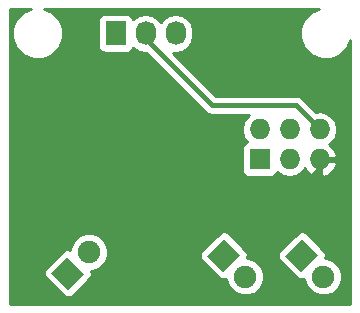
<source format=gbl>
G04 #@! TF.FileFunction,Copper,L2,Bot,Signal*
%FSLAX46Y46*%
G04 Gerber Fmt 4.6, Leading zero omitted, Abs format (unit mm)*
G04 Created by KiCad (PCBNEW 4.0.1-stable) date Tuesday, March 29, 2016 'AMt' 12:48:36 AM*
%MOMM*%
G01*
G04 APERTURE LIST*
%ADD10C,0.100000*%
%ADD11C,1.900000*%
%ADD12R,1.727200X1.727200*%
%ADD13O,1.727200X1.727200*%
%ADD14R,1.727200X2.032000*%
%ADD15O,1.727200X2.032000*%
%ADD16C,0.600000*%
%ADD17C,0.381000*%
%ADD18C,0.254000*%
G04 APERTURE END LIST*
D10*
G36*
X129902858Y-117891355D02*
X128559355Y-119234858D01*
X127145142Y-117820645D01*
X128488645Y-116477142D01*
X129902858Y-117891355D01*
X129902858Y-117891355D01*
G37*
D11*
X130320051Y-116059949D03*
D10*
G36*
X148300645Y-117710858D02*
X146957142Y-116367355D01*
X148371355Y-114953142D01*
X149714858Y-116296645D01*
X148300645Y-117710858D01*
X148300645Y-117710858D01*
G37*
D11*
X150132051Y-118128051D03*
D10*
G36*
X141696645Y-117710858D02*
X140353142Y-116367355D01*
X141767355Y-114953142D01*
X143110858Y-116296645D01*
X141696645Y-117710858D01*
X141696645Y-117710858D01*
G37*
D11*
X143528051Y-118128051D03*
D12*
X144780000Y-108204000D03*
D13*
X144780000Y-105664000D03*
X147320000Y-108204000D03*
X147320000Y-105664000D03*
X149860000Y-108204000D03*
X149860000Y-105664000D03*
D14*
X132588000Y-97536000D03*
D15*
X135128000Y-97536000D03*
X137668000Y-97536000D03*
D16*
X130556000Y-106172000D03*
D17*
X135128000Y-97536000D02*
X135128000Y-98044000D01*
X135128000Y-98044000D02*
X140716000Y-103632000D01*
X147828000Y-103632000D02*
X149860000Y-105664000D01*
X140716000Y-103632000D02*
X147828000Y-103632000D01*
X149860000Y-108204000D02*
X149860000Y-108966000D01*
X149860000Y-108966000D02*
X148590000Y-110236000D01*
X148590000Y-110236000D02*
X134620000Y-110236000D01*
X134620000Y-110236000D02*
X130556000Y-106172000D01*
D18*
G36*
X124776200Y-95724980D02*
X124175091Y-96325041D01*
X123849372Y-97109459D01*
X123848630Y-97958815D01*
X124172980Y-98743800D01*
X124773041Y-99344909D01*
X125557459Y-99670628D01*
X126406815Y-99671370D01*
X127191800Y-99347020D01*
X127792909Y-98746959D01*
X128118628Y-97962541D01*
X128119370Y-97113185D01*
X127874271Y-96520000D01*
X131076960Y-96520000D01*
X131076960Y-98552000D01*
X131121238Y-98787317D01*
X131260310Y-99003441D01*
X131472510Y-99148431D01*
X131724400Y-99199440D01*
X133451600Y-99199440D01*
X133686917Y-99155162D01*
X133903041Y-99016090D01*
X134048031Y-98803890D01*
X134056400Y-98762561D01*
X134068330Y-98780415D01*
X134554511Y-99105271D01*
X135128000Y-99219345D01*
X135134599Y-99218032D01*
X140132281Y-104215714D01*
X140132283Y-104215717D01*
X140400095Y-104394663D01*
X140716000Y-104457500D01*
X143896138Y-104457500D01*
X143720330Y-104574971D01*
X143395474Y-105061152D01*
X143281400Y-105634641D01*
X143281400Y-105693359D01*
X143395474Y-106266848D01*
X143706574Y-106732442D01*
X143681083Y-106737238D01*
X143464959Y-106876310D01*
X143319969Y-107088510D01*
X143268960Y-107340400D01*
X143268960Y-109067600D01*
X143313238Y-109302917D01*
X143452310Y-109519041D01*
X143664510Y-109664031D01*
X143916400Y-109715040D01*
X145643600Y-109715040D01*
X145878917Y-109670762D01*
X146095041Y-109531690D01*
X146240031Y-109319490D01*
X146248864Y-109275869D01*
X146260330Y-109293029D01*
X146746511Y-109617885D01*
X147320000Y-109731959D01*
X147893489Y-109617885D01*
X148379670Y-109293029D01*
X148595664Y-108969772D01*
X148653179Y-109092490D01*
X149085053Y-109486688D01*
X149500974Y-109658958D01*
X149733000Y-109537817D01*
X149733000Y-108331000D01*
X149987000Y-108331000D01*
X149987000Y-109537817D01*
X150219026Y-109658958D01*
X150634947Y-109486688D01*
X151066821Y-109092490D01*
X151314968Y-108563027D01*
X151194469Y-108331000D01*
X149987000Y-108331000D01*
X149733000Y-108331000D01*
X149713000Y-108331000D01*
X149713000Y-108077000D01*
X149733000Y-108077000D01*
X149733000Y-108057000D01*
X149987000Y-108057000D01*
X149987000Y-108077000D01*
X151194469Y-108077000D01*
X151314968Y-107844973D01*
X151066821Y-107315510D01*
X150648839Y-106933992D01*
X150919670Y-106753029D01*
X151244526Y-106266848D01*
X151358600Y-105693359D01*
X151358600Y-105634641D01*
X151244526Y-105061152D01*
X150919670Y-104574971D01*
X150433489Y-104250115D01*
X149860000Y-104136041D01*
X149559290Y-104195856D01*
X148411717Y-103048283D01*
X148143906Y-102869337D01*
X147828000Y-102806500D01*
X141057933Y-102806500D01*
X137421808Y-99170374D01*
X137668000Y-99219345D01*
X138241489Y-99105271D01*
X138727670Y-98780415D01*
X139052526Y-98294234D01*
X139166600Y-97720745D01*
X139166600Y-97351255D01*
X139052526Y-96777766D01*
X138727670Y-96291585D01*
X138241489Y-95966729D01*
X137668000Y-95852655D01*
X137094511Y-95966729D01*
X136608330Y-96291585D01*
X136398000Y-96606366D01*
X136187670Y-96291585D01*
X135701489Y-95966729D01*
X135128000Y-95852655D01*
X134554511Y-95966729D01*
X134068330Y-96291585D01*
X134058757Y-96305913D01*
X134054762Y-96284683D01*
X133915690Y-96068559D01*
X133703490Y-95923569D01*
X133451600Y-95872560D01*
X131724400Y-95872560D01*
X131489083Y-95916838D01*
X131272959Y-96055910D01*
X131127969Y-96268110D01*
X131076960Y-96520000D01*
X127874271Y-96520000D01*
X127795020Y-96328200D01*
X127194959Y-95727091D01*
X126532467Y-95452000D01*
X149820860Y-95452000D01*
X149160200Y-95724980D01*
X148559091Y-96325041D01*
X148233372Y-97109459D01*
X148232630Y-97958815D01*
X148556980Y-98743800D01*
X149157041Y-99344909D01*
X149941459Y-99670628D01*
X150790815Y-99671370D01*
X151575800Y-99347020D01*
X152176909Y-98746959D01*
X152452000Y-98084467D01*
X152452000Y-120448000D01*
X123646000Y-120448000D01*
X123646000Y-117811701D01*
X126497764Y-117811701D01*
X126545288Y-118064272D01*
X126687333Y-118278454D01*
X128101546Y-119692667D01*
X128299249Y-119827752D01*
X128550411Y-119882236D01*
X128802982Y-119834712D01*
X129017164Y-119692667D01*
X130360667Y-118349164D01*
X130495752Y-118151461D01*
X130550236Y-117900299D01*
X130502712Y-117647728D01*
X130500974Y-117645108D01*
X130633944Y-117645224D01*
X131216708Y-117404430D01*
X131662965Y-116958952D01*
X131904775Y-116376608D01*
X131904790Y-116358411D01*
X139705764Y-116358411D01*
X139753288Y-116610982D01*
X139895333Y-116825164D01*
X141238836Y-118168667D01*
X141436539Y-118303752D01*
X141687701Y-118358236D01*
X141940272Y-118310712D01*
X141942892Y-118308974D01*
X141942776Y-118441944D01*
X142183570Y-119024708D01*
X142629048Y-119470965D01*
X143211392Y-119712775D01*
X143841944Y-119713326D01*
X144424708Y-119472532D01*
X144870965Y-119027054D01*
X145112775Y-118444710D01*
X145113326Y-117814158D01*
X144872532Y-117231394D01*
X144427054Y-116785137D01*
X143844710Y-116543327D01*
X143706690Y-116543206D01*
X143746777Y-116358411D01*
X146309764Y-116358411D01*
X146357288Y-116610982D01*
X146499333Y-116825164D01*
X147842836Y-118168667D01*
X148040539Y-118303752D01*
X148291701Y-118358236D01*
X148544272Y-118310712D01*
X148546892Y-118308974D01*
X148546776Y-118441944D01*
X148787570Y-119024708D01*
X149233048Y-119470965D01*
X149815392Y-119712775D01*
X150445944Y-119713326D01*
X151028708Y-119472532D01*
X151474965Y-119027054D01*
X151716775Y-118444710D01*
X151717326Y-117814158D01*
X151476532Y-117231394D01*
X151031054Y-116785137D01*
X150448710Y-116543327D01*
X150310690Y-116543206D01*
X150362236Y-116305589D01*
X150314712Y-116053018D01*
X150172667Y-115838836D01*
X148829164Y-114495333D01*
X148631461Y-114360248D01*
X148380299Y-114305764D01*
X148127728Y-114353288D01*
X147913546Y-114495333D01*
X146499333Y-115909546D01*
X146364248Y-116107249D01*
X146309764Y-116358411D01*
X143746777Y-116358411D01*
X143758236Y-116305589D01*
X143710712Y-116053018D01*
X143568667Y-115838836D01*
X142225164Y-114495333D01*
X142027461Y-114360248D01*
X141776299Y-114305764D01*
X141523728Y-114353288D01*
X141309546Y-114495333D01*
X139895333Y-115909546D01*
X139760248Y-116107249D01*
X139705764Y-116358411D01*
X131904790Y-116358411D01*
X131905326Y-115746056D01*
X131664532Y-115163292D01*
X131219054Y-114717035D01*
X130636710Y-114475225D01*
X130006158Y-114474674D01*
X129423394Y-114715468D01*
X128977137Y-115160946D01*
X128735327Y-115743290D01*
X128735206Y-115881310D01*
X128497589Y-115829764D01*
X128245018Y-115877288D01*
X128030836Y-116019333D01*
X126687333Y-117362836D01*
X126552248Y-117560539D01*
X126497764Y-117811701D01*
X123646000Y-117811701D01*
X123646000Y-95452000D01*
X125436860Y-95452000D01*
X124776200Y-95724980D01*
X124776200Y-95724980D01*
G37*
X124776200Y-95724980D02*
X124175091Y-96325041D01*
X123849372Y-97109459D01*
X123848630Y-97958815D01*
X124172980Y-98743800D01*
X124773041Y-99344909D01*
X125557459Y-99670628D01*
X126406815Y-99671370D01*
X127191800Y-99347020D01*
X127792909Y-98746959D01*
X128118628Y-97962541D01*
X128119370Y-97113185D01*
X127874271Y-96520000D01*
X131076960Y-96520000D01*
X131076960Y-98552000D01*
X131121238Y-98787317D01*
X131260310Y-99003441D01*
X131472510Y-99148431D01*
X131724400Y-99199440D01*
X133451600Y-99199440D01*
X133686917Y-99155162D01*
X133903041Y-99016090D01*
X134048031Y-98803890D01*
X134056400Y-98762561D01*
X134068330Y-98780415D01*
X134554511Y-99105271D01*
X135128000Y-99219345D01*
X135134599Y-99218032D01*
X140132281Y-104215714D01*
X140132283Y-104215717D01*
X140400095Y-104394663D01*
X140716000Y-104457500D01*
X143896138Y-104457500D01*
X143720330Y-104574971D01*
X143395474Y-105061152D01*
X143281400Y-105634641D01*
X143281400Y-105693359D01*
X143395474Y-106266848D01*
X143706574Y-106732442D01*
X143681083Y-106737238D01*
X143464959Y-106876310D01*
X143319969Y-107088510D01*
X143268960Y-107340400D01*
X143268960Y-109067600D01*
X143313238Y-109302917D01*
X143452310Y-109519041D01*
X143664510Y-109664031D01*
X143916400Y-109715040D01*
X145643600Y-109715040D01*
X145878917Y-109670762D01*
X146095041Y-109531690D01*
X146240031Y-109319490D01*
X146248864Y-109275869D01*
X146260330Y-109293029D01*
X146746511Y-109617885D01*
X147320000Y-109731959D01*
X147893489Y-109617885D01*
X148379670Y-109293029D01*
X148595664Y-108969772D01*
X148653179Y-109092490D01*
X149085053Y-109486688D01*
X149500974Y-109658958D01*
X149733000Y-109537817D01*
X149733000Y-108331000D01*
X149987000Y-108331000D01*
X149987000Y-109537817D01*
X150219026Y-109658958D01*
X150634947Y-109486688D01*
X151066821Y-109092490D01*
X151314968Y-108563027D01*
X151194469Y-108331000D01*
X149987000Y-108331000D01*
X149733000Y-108331000D01*
X149713000Y-108331000D01*
X149713000Y-108077000D01*
X149733000Y-108077000D01*
X149733000Y-108057000D01*
X149987000Y-108057000D01*
X149987000Y-108077000D01*
X151194469Y-108077000D01*
X151314968Y-107844973D01*
X151066821Y-107315510D01*
X150648839Y-106933992D01*
X150919670Y-106753029D01*
X151244526Y-106266848D01*
X151358600Y-105693359D01*
X151358600Y-105634641D01*
X151244526Y-105061152D01*
X150919670Y-104574971D01*
X150433489Y-104250115D01*
X149860000Y-104136041D01*
X149559290Y-104195856D01*
X148411717Y-103048283D01*
X148143906Y-102869337D01*
X147828000Y-102806500D01*
X141057933Y-102806500D01*
X137421808Y-99170374D01*
X137668000Y-99219345D01*
X138241489Y-99105271D01*
X138727670Y-98780415D01*
X139052526Y-98294234D01*
X139166600Y-97720745D01*
X139166600Y-97351255D01*
X139052526Y-96777766D01*
X138727670Y-96291585D01*
X138241489Y-95966729D01*
X137668000Y-95852655D01*
X137094511Y-95966729D01*
X136608330Y-96291585D01*
X136398000Y-96606366D01*
X136187670Y-96291585D01*
X135701489Y-95966729D01*
X135128000Y-95852655D01*
X134554511Y-95966729D01*
X134068330Y-96291585D01*
X134058757Y-96305913D01*
X134054762Y-96284683D01*
X133915690Y-96068559D01*
X133703490Y-95923569D01*
X133451600Y-95872560D01*
X131724400Y-95872560D01*
X131489083Y-95916838D01*
X131272959Y-96055910D01*
X131127969Y-96268110D01*
X131076960Y-96520000D01*
X127874271Y-96520000D01*
X127795020Y-96328200D01*
X127194959Y-95727091D01*
X126532467Y-95452000D01*
X149820860Y-95452000D01*
X149160200Y-95724980D01*
X148559091Y-96325041D01*
X148233372Y-97109459D01*
X148232630Y-97958815D01*
X148556980Y-98743800D01*
X149157041Y-99344909D01*
X149941459Y-99670628D01*
X150790815Y-99671370D01*
X151575800Y-99347020D01*
X152176909Y-98746959D01*
X152452000Y-98084467D01*
X152452000Y-120448000D01*
X123646000Y-120448000D01*
X123646000Y-117811701D01*
X126497764Y-117811701D01*
X126545288Y-118064272D01*
X126687333Y-118278454D01*
X128101546Y-119692667D01*
X128299249Y-119827752D01*
X128550411Y-119882236D01*
X128802982Y-119834712D01*
X129017164Y-119692667D01*
X130360667Y-118349164D01*
X130495752Y-118151461D01*
X130550236Y-117900299D01*
X130502712Y-117647728D01*
X130500974Y-117645108D01*
X130633944Y-117645224D01*
X131216708Y-117404430D01*
X131662965Y-116958952D01*
X131904775Y-116376608D01*
X131904790Y-116358411D01*
X139705764Y-116358411D01*
X139753288Y-116610982D01*
X139895333Y-116825164D01*
X141238836Y-118168667D01*
X141436539Y-118303752D01*
X141687701Y-118358236D01*
X141940272Y-118310712D01*
X141942892Y-118308974D01*
X141942776Y-118441944D01*
X142183570Y-119024708D01*
X142629048Y-119470965D01*
X143211392Y-119712775D01*
X143841944Y-119713326D01*
X144424708Y-119472532D01*
X144870965Y-119027054D01*
X145112775Y-118444710D01*
X145113326Y-117814158D01*
X144872532Y-117231394D01*
X144427054Y-116785137D01*
X143844710Y-116543327D01*
X143706690Y-116543206D01*
X143746777Y-116358411D01*
X146309764Y-116358411D01*
X146357288Y-116610982D01*
X146499333Y-116825164D01*
X147842836Y-118168667D01*
X148040539Y-118303752D01*
X148291701Y-118358236D01*
X148544272Y-118310712D01*
X148546892Y-118308974D01*
X148546776Y-118441944D01*
X148787570Y-119024708D01*
X149233048Y-119470965D01*
X149815392Y-119712775D01*
X150445944Y-119713326D01*
X151028708Y-119472532D01*
X151474965Y-119027054D01*
X151716775Y-118444710D01*
X151717326Y-117814158D01*
X151476532Y-117231394D01*
X151031054Y-116785137D01*
X150448710Y-116543327D01*
X150310690Y-116543206D01*
X150362236Y-116305589D01*
X150314712Y-116053018D01*
X150172667Y-115838836D01*
X148829164Y-114495333D01*
X148631461Y-114360248D01*
X148380299Y-114305764D01*
X148127728Y-114353288D01*
X147913546Y-114495333D01*
X146499333Y-115909546D01*
X146364248Y-116107249D01*
X146309764Y-116358411D01*
X143746777Y-116358411D01*
X143758236Y-116305589D01*
X143710712Y-116053018D01*
X143568667Y-115838836D01*
X142225164Y-114495333D01*
X142027461Y-114360248D01*
X141776299Y-114305764D01*
X141523728Y-114353288D01*
X141309546Y-114495333D01*
X139895333Y-115909546D01*
X139760248Y-116107249D01*
X139705764Y-116358411D01*
X131904790Y-116358411D01*
X131905326Y-115746056D01*
X131664532Y-115163292D01*
X131219054Y-114717035D01*
X130636710Y-114475225D01*
X130006158Y-114474674D01*
X129423394Y-114715468D01*
X128977137Y-115160946D01*
X128735327Y-115743290D01*
X128735206Y-115881310D01*
X128497589Y-115829764D01*
X128245018Y-115877288D01*
X128030836Y-116019333D01*
X126687333Y-117362836D01*
X126552248Y-117560539D01*
X126497764Y-117811701D01*
X123646000Y-117811701D01*
X123646000Y-95452000D01*
X125436860Y-95452000D01*
X124776200Y-95724980D01*
M02*

</source>
